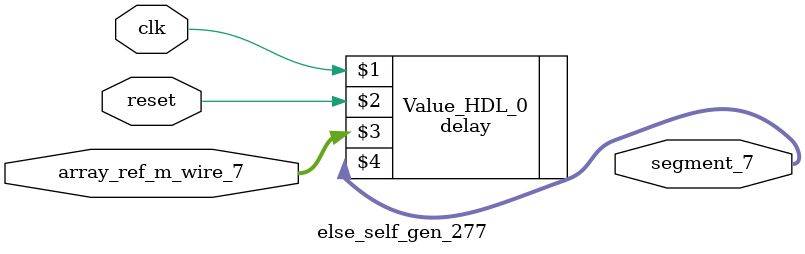
<source format=v>
module else_self_gen_277( input clk, input reset, input [31:0]array_ref_m_wire_7, output [31:0]segment_7); 
	wire [31:0]segment_7;
	//Proceed with segment_7 = array_ref_m_wire_7
	delay Value_HDL_0 ( clk, reset, array_ref_m_wire_7, segment_7);
endmodule
</source>
